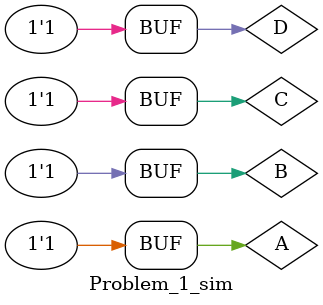
<source format=v>
`timescale 1ns / 1ps


module Problem_1_sim( );
   reg A;
reg B;
reg C;
reg D;

wire Y;
//.A imlies the value in dmSource, value in parenthesis comes from this file
Problem_1 UUT(.A(A), .B(B), .C(C), .D(D), .Y(Y) );
    initial begin
    A = 0;
    B = 0;
    C = 0;
    D = 0;
    #10;
    
    D = 1;
    #10;
    
    C = 1;
    D = 0;
    #10;
    
    D = 1;
    #10;
    
    B = 1;
    C = 0;
    D = 0;
    #10;
    
    D = 1;
    #10;
    
    C = 1;
    D = 0;
    #10;
    
    D = 1;
    #10;
    
    A = 1;
    B = 0;
    C = 0;
    D = 0;
    #10;
    D = 1;
    #10;
    
    C = 1;
    D = 0;
    #10;
    
    D = 1;
    #10;
    
    B = 1;
    C = 0;
    D = 0;
    #10;
    
    D = 1;
    #10;
    
    C = 1;
    D = 0;
    #10;
    
    D = 1;
    #10;  
        //delay of 10 nanoseconds
    end
endmodule

</source>
